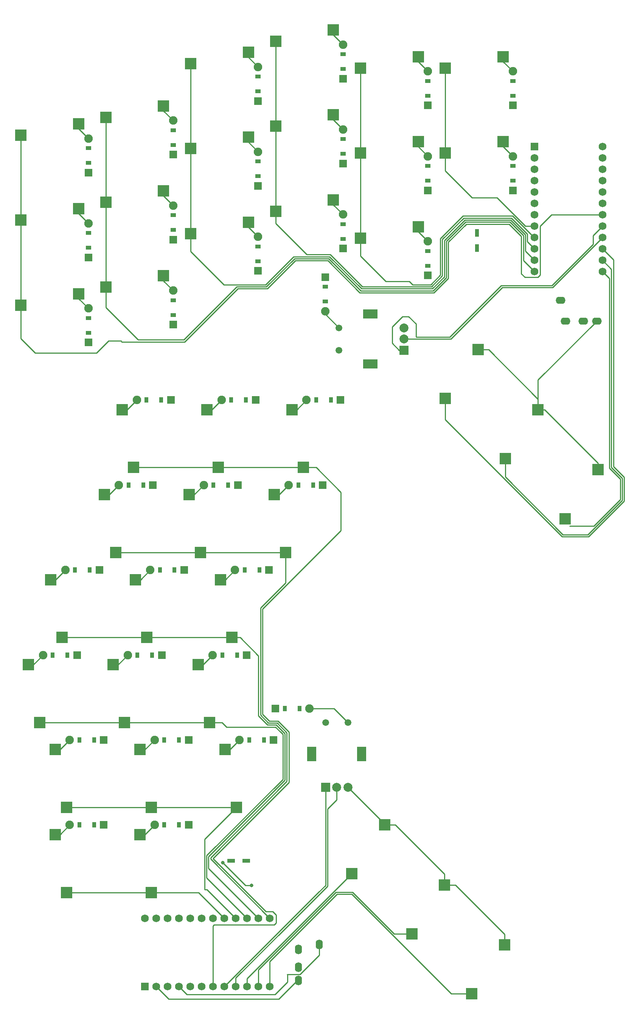
<source format=gbr>
%TF.GenerationSoftware,KiCad,Pcbnew,(6.0.7)*%
%TF.CreationDate,2022-08-26T13:32:48+02:00*%
%TF.ProjectId,lenz03_wired,6c656e7a-3033-45f7-9769-7265642e6b69,v1.0.0*%
%TF.SameCoordinates,Original*%
%TF.FileFunction,Copper,L2,Bot*%
%TF.FilePolarity,Positive*%
%FSLAX46Y46*%
G04 Gerber Fmt 4.6, Leading zero omitted, Abs format (unit mm)*
G04 Created by KiCad (PCBNEW (6.0.7)) date 2022-08-26 13:32:48*
%MOMM*%
%LPD*%
G01*
G04 APERTURE LIST*
%TA.AperFunction,SMDPad,CuDef*%
%ADD10R,0.900000X1.200000*%
%TD*%
%TA.AperFunction,ComponentPad*%
%ADD11C,1.905000*%
%TD*%
%TA.AperFunction,ComponentPad*%
%ADD12R,1.778000X1.778000*%
%TD*%
%TA.AperFunction,SMDPad,CuDef*%
%ADD13R,2.500000X2.550000*%
%TD*%
%TA.AperFunction,SMDPad,CuDef*%
%ADD14R,1.200000X0.900000*%
%TD*%
%TA.AperFunction,SMDPad,CuDef*%
%ADD15R,2.550000X2.500000*%
%TD*%
%TA.AperFunction,SMDPad,CuDef*%
%ADD16R,0.900000X1.700000*%
%TD*%
%TA.AperFunction,ComponentPad*%
%ADD17O,1.600000X2.200000*%
%TD*%
%TA.AperFunction,ComponentPad*%
%ADD18R,1.752600X1.752600*%
%TD*%
%TA.AperFunction,ComponentPad*%
%ADD19C,1.752600*%
%TD*%
%TA.AperFunction,SMDPad,CuDef*%
%ADD20R,1.700000X0.900000*%
%TD*%
%TA.AperFunction,ComponentPad*%
%ADD21R,3.200000X2.000000*%
%TD*%
%TA.AperFunction,ComponentPad*%
%ADD22C,1.500000*%
%TD*%
%TA.AperFunction,ComponentPad*%
%ADD23R,2.000000X2.000000*%
%TD*%
%TA.AperFunction,ComponentPad*%
%ADD24C,2.000000*%
%TD*%
%TA.AperFunction,ComponentPad*%
%ADD25O,2.200000X1.600000*%
%TD*%
%TA.AperFunction,ComponentPad*%
%ADD26R,2.000000X3.200000*%
%TD*%
%TA.AperFunction,ViaPad*%
%ADD27C,0.800000*%
%TD*%
%TA.AperFunction,Conductor*%
%ADD28C,0.250000*%
%TD*%
G04 APERTURE END LIST*
D10*
%TO.P,D26,1*%
%TO.N,P3*%
X50311000Y-138712000D03*
D11*
%TO.N,mirror_ring_home*%
X44851000Y-138712000D03*
D12*
%TO.P,D26,2*%
%TO.N,P3*%
X52471000Y-138712000D03*
D10*
%TO.N,mirror_ring_home*%
X47011000Y-138712000D03*
%TD*%
D13*
%TO.P,S26,1*%
%TO.N,P9*%
X37121000Y-134797000D03*
%TO.P,S26,2*%
%TO.N,mirror_pinky_top*%
X34581000Y-121870000D03*
%TD*%
%TO.P,S36,1*%
%TO.N,P5*%
X45121000Y-210797000D03*
%TO.P,S36,2*%
%TO.N,mirror_postindex_home*%
X42581000Y-197870000D03*
%TD*%
D11*
%TO.P,D1,1*%
%TO.N,prepinky_bottom*%
X31010000Y-80227000D03*
D14*
%TO.N,P19*%
X31010000Y-85687000D03*
%TO.P,D1,2*%
%TO.N,prepinky_bottom*%
X31010000Y-82387000D03*
D12*
%TO.N,P19*%
X31010000Y-87847000D03*
%TD*%
D14*
%TO.P,D12,1*%
%TO.N,P21*%
X88010000Y-26687000D03*
D11*
%TO.N,middle_top*%
X88010000Y-21227000D03*
D14*
%TO.P,D12,2*%
X88010000Y-23387000D03*
D12*
%TO.N,P21*%
X88010000Y-28847000D03*
%TD*%
D15*
%TO.P,S19,1*%
%TO.N,P8*%
X124324155Y-113807149D03*
%TO.P,S19,2*%
%TO.N,GND*%
X131668873Y-102870329D03*
%TD*%
D14*
%TO.P,D17,1*%
%TO.N,P21*%
X126010000Y-32687000D03*
D11*
%TO.N,postindex_top*%
X126010000Y-27227000D03*
D14*
%TO.P,D17,2*%
X126010000Y-29387000D03*
D12*
%TO.N,P21*%
X126010000Y-34847000D03*
%TD*%
D13*
%TO.P,S37,1*%
%TO.N,P5*%
X26121000Y-210797000D03*
%TO.P,S37,2*%
%TO.N,mirror_postindex_top*%
X23581000Y-197870000D03*
%TD*%
D11*
%TO.P,D19,1*%
%TO.N,mirror_prepinky_bottom*%
X79851000Y-100712000D03*
D10*
%TO.N,P4*%
X85311000Y-100712000D03*
%TO.P,D19,2*%
%TO.N,mirror_prepinky_bottom*%
X82011000Y-100712000D03*
D12*
%TO.N,P4*%
X87471000Y-100712000D03*
%TD*%
D13*
%TO.P,S35,1*%
%TO.N,P6*%
X26121000Y-191797000D03*
%TO.P,S35,2*%
%TO.N,mirror_index_top*%
X23581000Y-178870000D03*
%TD*%
D15*
%TO.P,S4,1*%
%TO.N,P10*%
X34925000Y-75497000D03*
%TO.P,S4,2*%
%TO.N,pinky_bottom*%
X47852000Y-72957000D03*
%TD*%
D13*
%TO.P,S27,1*%
%TO.N,P8*%
X63121000Y-153797000D03*
%TO.P,S27,2*%
%TO.N,mirror_ring_bottom*%
X60581000Y-140870000D03*
%TD*%
D15*
%TO.P,S2,1*%
%TO.N,P4*%
X15925000Y-60497000D03*
%TO.P,S2,2*%
%TO.N,prepinky_home*%
X28852000Y-57957000D03*
%TD*%
%TO.P,S5,1*%
%TO.N,P10*%
X34925000Y-56497000D03*
%TO.P,S5,2*%
%TO.N,pinky_home*%
X47852000Y-53957000D03*
%TD*%
D16*
%TO.P,,1*%
%TO.N,RST*%
X118010000Y-66737000D03*
%TO.P,,2*%
%TO.N,GND*%
X118010000Y-63337000D03*
%TD*%
D13*
%TO.P,S31,1*%
%TO.N,P7*%
X39121000Y-172797000D03*
%TO.P,S31,2*%
%TO.N,mirror_middle_home*%
X36581000Y-159870000D03*
%TD*%
D15*
%TO.P,S12,1*%
%TO.N,P14*%
X72925000Y-20497000D03*
%TO.P,S12,2*%
%TO.N,middle_top*%
X85852000Y-17957000D03*
%TD*%
D11*
%TO.P,D32,1*%
%TO.N,mirror_index_home*%
X45851000Y-176712000D03*
D10*
%TO.N,P3*%
X51311000Y-176712000D03*
%TO.P,D32,2*%
%TO.N,mirror_index_home*%
X48011000Y-176712000D03*
D12*
%TO.N,P3*%
X53471000Y-176712000D03*
%TD*%
D15*
%TO.P,S1,1*%
%TO.N,P4*%
X15925000Y-79497000D03*
%TO.P,S1,2*%
%TO.N,prepinky_bottom*%
X28852000Y-76957000D03*
%TD*%
D13*
%TO.P,S24,1*%
%TO.N,P9*%
X75121000Y-134797000D03*
%TO.P,S24,2*%
%TO.N,mirror_pinky_bottom*%
X72581000Y-121870000D03*
%TD*%
D11*
%TO.P,D3,1*%
%TO.N,prepinky_top*%
X31010000Y-42227000D03*
D14*
%TO.N,P21*%
X31010000Y-47687000D03*
%TO.P,D3,2*%
%TO.N,prepinky_top*%
X31010000Y-44387000D03*
D12*
%TO.N,P21*%
X31010000Y-49847000D03*
%TD*%
D15*
%TO.P,S8,1*%
%TO.N,P16*%
X53925000Y-44497000D03*
%TO.P,S8,2*%
%TO.N,ring_home*%
X66852000Y-41957000D03*
%TD*%
D13*
%TO.P,S23,1*%
%TO.N,P19*%
X41121000Y-115797000D03*
%TO.P,S23,2*%
%TO.N,mirror_prepinky_top*%
X38581000Y-102870000D03*
%TD*%
D15*
%TO.P,S14,1*%
%TO.N,P15*%
X91925000Y-45497000D03*
%TO.P,S14,2*%
%TO.N,index_home*%
X104852000Y-42957000D03*
%TD*%
%TO.P,S18,1*%
%TO.N,P7*%
X110889126Y-100372120D03*
%TO.P,S18,2*%
%TO.N,GND*%
X118233844Y-89435300D03*
%TD*%
%TO.P,S11,1*%
%TO.N,P14*%
X72925000Y-39497000D03*
%TO.P,S11,2*%
%TO.N,middle_home*%
X85852000Y-36957000D03*
%TD*%
%TO.P,S3,1*%
%TO.N,P4*%
X15925000Y-41497000D03*
%TO.P,S3,2*%
%TO.N,prepinky_top*%
X28852000Y-38957000D03*
%TD*%
%TO.P,S6,1*%
%TO.N,P10*%
X34925000Y-37497000D03*
%TO.P,S6,2*%
%TO.N,pinky_top*%
X47852000Y-34957000D03*
%TD*%
%TO.P,S10,1*%
%TO.N,P14*%
X72925000Y-58497000D03*
%TO.P,S10,2*%
%TO.N,middle_bottom*%
X85852000Y-55957000D03*
%TD*%
D11*
%TO.P,D10,1*%
%TO.N,middle_bottom*%
X88010000Y-59227000D03*
D14*
%TO.N,P19*%
X88010000Y-64687000D03*
D12*
%TO.P,D10,2*%
X88010000Y-66847000D03*
D14*
%TO.N,middle_bottom*%
X88010000Y-61387000D03*
%TD*%
D11*
%TO.P,D11,1*%
%TO.N,middle_home*%
X88010000Y-40227000D03*
D14*
%TO.N,P20*%
X88010000Y-45687000D03*
%TO.P,D11,2*%
%TO.N,middle_home*%
X88010000Y-42387000D03*
D12*
%TO.N,P20*%
X88010000Y-47847000D03*
%TD*%
D17*
%TO.P,REF\u002A\u002A,1*%
%TO.N,VCC*%
X82661000Y-222412000D03*
%TO.P,REF\u002A\u002A,2*%
%TO.N,P21*%
X78061000Y-223512000D03*
%TO.P,REF\u002A\u002A,3*%
%TO.N,P20*%
X78061000Y-227512000D03*
%TO.P,REF\u002A\u002A,4*%
%TO.N,GND*%
X78061000Y-230512000D03*
%TD*%
D13*
%TO.P,S21,1*%
%TO.N,P19*%
X79121000Y-115797000D03*
%TO.P,S21,2*%
%TO.N,mirror_prepinky_bottom*%
X76581000Y-102870000D03*
%TD*%
D18*
%TO.P,MCU1,1*%
%TO.N,RAW*%
X130890000Y-44067000D03*
D19*
%TO.P,MCU1,2*%
%TO.N,GND*%
X130890000Y-46607000D03*
%TO.P,MCU1,3*%
%TO.N,RST*%
X130890000Y-49147000D03*
%TO.P,MCU1,4*%
%TO.N,VCC*%
X130890000Y-51687000D03*
%TO.P,MCU1,5*%
%TO.N,P21*%
X130890000Y-54227000D03*
%TO.P,MCU1,6*%
%TO.N,P20*%
X130890000Y-56767000D03*
%TO.P,MCU1,7*%
%TO.N,P19*%
X130890000Y-59307000D03*
%TO.P,MCU1,8*%
%TO.N,P18*%
X130890000Y-61847000D03*
%TO.P,MCU1,9*%
%TO.N,P15*%
X130890000Y-64387000D03*
%TO.P,MCU1,10*%
%TO.N,P14*%
X130890000Y-66927000D03*
%TO.P,MCU1,11*%
%TO.N,P16*%
X130890000Y-69467000D03*
%TO.P,MCU1,12*%
%TO.N,P10*%
X130890000Y-72007000D03*
%TO.P,MCU1,13*%
%TO.N,P1*%
X146130000Y-44067000D03*
%TO.P,MCU1,14*%
%TO.N,P0*%
X146130000Y-46607000D03*
%TO.P,MCU1,15*%
%TO.N,GND*%
X146130000Y-49147000D03*
%TO.P,MCU1,16*%
X146130000Y-51687000D03*
%TO.P,MCU1,17*%
%TO.N,P2*%
X146130000Y-54227000D03*
%TO.P,MCU1,18*%
%TO.N,P3*%
X146130000Y-56767000D03*
%TO.P,MCU1,19*%
%TO.N,P4*%
X146130000Y-59307000D03*
%TO.P,MCU1,20*%
%TO.N,P5*%
X146130000Y-61847000D03*
%TO.P,MCU1,21*%
%TO.N,P6*%
X146130000Y-64387000D03*
%TO.P,MCU1,22*%
%TO.N,P7*%
X146130000Y-66927000D03*
%TO.P,MCU1,23*%
%TO.N,P8*%
X146130000Y-69467000D03*
%TO.P,MCU1,24*%
%TO.N,P9*%
X146130000Y-72007000D03*
%TD*%
D14*
%TO.P,D18,1*%
%TO.N,P19*%
X84010000Y-75387000D03*
D11*
%TO.N,near_home*%
X84010000Y-80847000D03*
D14*
%TO.P,D18,2*%
X84010000Y-78687000D03*
D12*
%TO.N,P19*%
X84010000Y-73227000D03*
%TD*%
D11*
%TO.P,D15,1*%
%TO.N,index_top*%
X107010000Y-27227000D03*
D14*
%TO.N,P21*%
X107010000Y-32687000D03*
D12*
%TO.P,D15,2*%
X107010000Y-34847000D03*
D14*
%TO.N,index_top*%
X107010000Y-29387000D03*
%TD*%
D20*
%TO.P,,1*%
%TO.N,RST*%
X66361000Y-203712000D03*
%TO.P,,2*%
%TO.N,GND*%
X62961000Y-203712000D03*
%TD*%
D13*
%TO.P,S40,1*%
%TO.N,P10*%
X116846475Y-233480887D03*
%TO.P,S40,2*%
%TO.N,GND*%
X124191193Y-222544067D03*
%TD*%
D11*
%TO.P,D23,1*%
%TO.N,mirror_pinky_home*%
X56851000Y-119712000D03*
D10*
%TO.N,P3*%
X62311000Y-119712000D03*
%TO.P,D23,2*%
%TO.N,mirror_pinky_home*%
X59011000Y-119712000D03*
D12*
%TO.N,P3*%
X64471000Y-119712000D03*
%TD*%
D11*
%TO.P,D16,1*%
%TO.N,postindex_home*%
X126010000Y-46227000D03*
D14*
%TO.N,P20*%
X126010000Y-51687000D03*
%TO.P,D16,2*%
%TO.N,postindex_home*%
X126010000Y-48387000D03*
D12*
%TO.N,P20*%
X126010000Y-53847000D03*
%TD*%
D11*
%TO.P,D24,1*%
%TO.N,mirror_pinky_top*%
X37851000Y-119712000D03*
D10*
%TO.N,P2*%
X43311000Y-119712000D03*
%TO.P,D24,2*%
%TO.N,mirror_pinky_top*%
X40011000Y-119712000D03*
D12*
%TO.N,P2*%
X45471000Y-119712000D03*
%TD*%
D10*
%TO.P,D22,1*%
%TO.N,P4*%
X81311000Y-119712000D03*
D11*
%TO.N,mirror_pinky_bottom*%
X75851000Y-119712000D03*
D10*
%TO.P,D22,2*%
X78011000Y-119712000D03*
D12*
%TO.N,P4*%
X83471000Y-119712000D03*
%TD*%
D10*
%TO.P,D20,1*%
%TO.N,P3*%
X66311000Y-100712000D03*
D11*
%TO.N,mirror_prepinky_home*%
X60851000Y-100712000D03*
D12*
%TO.P,D20,2*%
%TO.N,P3*%
X68471000Y-100712000D03*
D10*
%TO.N,mirror_prepinky_home*%
X63011000Y-100712000D03*
%TD*%
D21*
%TO.P,ROT1,*%
%TO.N,*%
X94130000Y-92677000D03*
X94130000Y-81477000D03*
D22*
%TO.P,ROT1,1*%
%TO.N,P18*%
X87130000Y-89577000D03*
%TO.P,ROT1,2*%
%TO.N,near_home*%
X87130000Y-84577000D03*
D23*
%TO.P,ROT1,A*%
%TO.N,P5*%
X101630000Y-89577000D03*
D24*
%TO.P,ROT1,B*%
%TO.N,GND*%
X101630000Y-84577000D03*
%TO.P,ROT1,C*%
%TO.N,P6*%
X101630000Y-87077000D03*
%TD*%
D14*
%TO.P,D9,1*%
%TO.N,P21*%
X69010000Y-31687000D03*
D11*
%TO.N,ring_top*%
X69010000Y-26227000D03*
D12*
%TO.P,D9,2*%
%TO.N,P21*%
X69010000Y-33847000D03*
D14*
%TO.N,ring_top*%
X69010000Y-28387000D03*
%TD*%
D13*
%TO.P,S29,1*%
%TO.N,P8*%
X25121000Y-153797000D03*
%TO.P,S29,2*%
%TO.N,mirror_ring_top*%
X22581000Y-140870000D03*
%TD*%
D11*
%TO.P,D8,1*%
%TO.N,ring_home*%
X69010000Y-45227000D03*
D14*
%TO.N,P20*%
X69010000Y-50687000D03*
D12*
%TO.P,D8,2*%
X69010000Y-52847000D03*
D14*
%TO.N,ring_home*%
X69010000Y-47387000D03*
%TD*%
D10*
%TO.P,D25,1*%
%TO.N,P4*%
X69311000Y-138712000D03*
D11*
%TO.N,mirror_ring_bottom*%
X63851000Y-138712000D03*
D12*
%TO.P,D25,2*%
%TO.N,P4*%
X71471000Y-138712000D03*
D10*
%TO.N,mirror_ring_bottom*%
X66011000Y-138712000D03*
%TD*%
D14*
%TO.P,D7,1*%
%TO.N,P19*%
X69010000Y-69687000D03*
D11*
%TO.N,ring_bottom*%
X69010000Y-64227000D03*
D14*
%TO.P,D7,2*%
X69010000Y-66387000D03*
D12*
%TO.N,P19*%
X69010000Y-71847000D03*
%TD*%
D15*
%TO.P,S15,1*%
%TO.N,P15*%
X91925000Y-26497000D03*
%TO.P,S15,2*%
%TO.N,index_top*%
X104852000Y-23957000D03*
%TD*%
D13*
%TO.P,S30,1*%
%TO.N,P7*%
X58121000Y-172797000D03*
%TO.P,S30,2*%
%TO.N,mirror_middle_bottom*%
X55581000Y-159870000D03*
%TD*%
D15*
%TO.P,S20,1*%
%TO.N,P9*%
X137759184Y-127242178D03*
%TO.P,S20,2*%
%TO.N,GND*%
X145103902Y-116305358D03*
%TD*%
D13*
%TO.P,S39,1*%
%TO.N,P16*%
X103411446Y-220045858D03*
%TO.P,S39,2*%
%TO.N,GND*%
X110756164Y-209109038D03*
%TD*%
D11*
%TO.P,D27,1*%
%TO.N,mirror_ring_top*%
X25851000Y-138712000D03*
D10*
%TO.N,P2*%
X31311000Y-138712000D03*
%TO.P,D27,2*%
%TO.N,mirror_ring_top*%
X28011000Y-138712000D03*
D12*
%TO.N,P2*%
X33471000Y-138712000D03*
%TD*%
D11*
%TO.P,D13,1*%
%TO.N,index_bottom*%
X107010000Y-65227000D03*
D14*
%TO.N,P19*%
X107010000Y-70687000D03*
%TO.P,D13,2*%
%TO.N,index_bottom*%
X107010000Y-67387000D03*
D12*
%TO.N,P19*%
X107010000Y-72847000D03*
%TD*%
D15*
%TO.P,S7,1*%
%TO.N,P16*%
X53925000Y-63497000D03*
%TO.P,S7,2*%
%TO.N,ring_bottom*%
X66852000Y-60957000D03*
%TD*%
D11*
%TO.P,D21,1*%
%TO.N,mirror_prepinky_top*%
X41851000Y-100712000D03*
D10*
%TO.N,P2*%
X47311000Y-100712000D03*
%TO.P,D21,2*%
%TO.N,mirror_prepinky_top*%
X44011000Y-100712000D03*
D12*
%TO.N,P2*%
X49471000Y-100712000D03*
%TD*%
D14*
%TO.P,D5,1*%
%TO.N,P20*%
X50010000Y-62687000D03*
D11*
%TO.N,pinky_home*%
X50010000Y-57227000D03*
D12*
%TO.P,D5,2*%
%TO.N,P20*%
X50010000Y-64847000D03*
D14*
%TO.N,pinky_home*%
X50010000Y-59387000D03*
%TD*%
D10*
%TO.P,D33,1*%
%TO.N,P2*%
X32311000Y-176712000D03*
D11*
%TO.N,mirror_index_top*%
X26851000Y-176712000D03*
D12*
%TO.P,D33,2*%
%TO.N,P2*%
X34471000Y-176712000D03*
D10*
%TO.N,mirror_index_top*%
X29011000Y-176712000D03*
%TD*%
D11*
%TO.P,D30,1*%
%TO.N,mirror_middle_top*%
X20851000Y-157712000D03*
D10*
%TO.N,P2*%
X26311000Y-157712000D03*
D12*
%TO.P,D30,2*%
X28471000Y-157712000D03*
D10*
%TO.N,mirror_middle_top*%
X23011000Y-157712000D03*
%TD*%
D13*
%TO.P,S32,1*%
%TO.N,P7*%
X20121000Y-172797000D03*
%TO.P,S32,2*%
%TO.N,mirror_middle_top*%
X17581000Y-159870000D03*
%TD*%
%TO.P,S38,1*%
%TO.N,P14*%
X89976417Y-206610829D03*
%TO.P,S38,2*%
%TO.N,GND*%
X97321135Y-195674009D03*
%TD*%
D14*
%TO.P,D6,1*%
%TO.N,P21*%
X50010000Y-43687000D03*
D11*
%TO.N,pinky_top*%
X50010000Y-38227000D03*
D14*
%TO.P,D6,2*%
X50010000Y-40387000D03*
D12*
%TO.N,P21*%
X50010000Y-45847000D03*
%TD*%
D14*
%TO.P,D14,1*%
%TO.N,P20*%
X107010000Y-51687000D03*
D11*
%TO.N,index_home*%
X107010000Y-46227000D03*
D14*
%TO.P,D14,2*%
X107010000Y-48387000D03*
D12*
%TO.N,P20*%
X107010000Y-53847000D03*
%TD*%
D15*
%TO.P,S16,1*%
%TO.N,P18*%
X110925000Y-45497000D03*
%TO.P,S16,2*%
%TO.N,postindex_home*%
X123852000Y-42957000D03*
%TD*%
D13*
%TO.P,S28,1*%
%TO.N,P8*%
X44121000Y-153797000D03*
%TO.P,S28,2*%
%TO.N,mirror_ring_home*%
X41581000Y-140870000D03*
%TD*%
D25*
%TO.P,REF\u002A\u002A,1*%
%TO.N,VCC*%
X136710000Y-78437000D03*
%TO.P,REF\u002A\u002A,2*%
%TO.N,P2*%
X137810000Y-83037000D03*
%TO.P,REF\u002A\u002A,3*%
%TO.N,P3*%
X141810000Y-83037000D03*
%TO.P,REF\u002A\u002A,4*%
%TO.N,GND*%
X144810000Y-83037000D03*
%TD*%
D10*
%TO.P,D35,1*%
%TO.N,P2*%
X32311000Y-195712000D03*
D11*
%TO.N,mirror_postindex_top*%
X26851000Y-195712000D03*
D12*
%TO.P,D35,2*%
%TO.N,P2*%
X34471000Y-195712000D03*
D10*
%TO.N,mirror_postindex_top*%
X29011000Y-195712000D03*
%TD*%
%TO.P,D28,1*%
%TO.N,P4*%
X64311000Y-157712000D03*
D11*
%TO.N,mirror_middle_bottom*%
X58851000Y-157712000D03*
D12*
%TO.P,D28,2*%
%TO.N,P4*%
X66471000Y-157712000D03*
D10*
%TO.N,mirror_middle_bottom*%
X61011000Y-157712000D03*
%TD*%
D15*
%TO.P,S13,1*%
%TO.N,P15*%
X91925000Y-64497000D03*
%TO.P,S13,2*%
%TO.N,index_bottom*%
X104852000Y-61957000D03*
%TD*%
D18*
%TO.P,MCU2,1*%
%TO.N,RAW*%
X43691000Y-231832000D03*
D19*
%TO.P,MCU2,2*%
%TO.N,GND*%
X46231000Y-231832000D03*
%TO.P,MCU2,3*%
%TO.N,RST*%
X48771000Y-231832000D03*
%TO.P,MCU2,4*%
%TO.N,VCC*%
X51311000Y-231832000D03*
%TO.P,MCU2,5*%
%TO.N,P21*%
X53851000Y-231832000D03*
%TO.P,MCU2,6*%
%TO.N,P20*%
X56391000Y-231832000D03*
%TO.P,MCU2,7*%
%TO.N,P19*%
X58931000Y-231832000D03*
%TO.P,MCU2,8*%
%TO.N,P18*%
X61471000Y-231832000D03*
%TO.P,MCU2,9*%
%TO.N,P15*%
X64011000Y-231832000D03*
%TO.P,MCU2,10*%
%TO.N,P14*%
X66551000Y-231832000D03*
%TO.P,MCU2,11*%
%TO.N,P16*%
X69091000Y-231832000D03*
%TO.P,MCU2,12*%
%TO.N,P10*%
X71631000Y-231832000D03*
%TO.P,MCU2,13*%
%TO.N,P1*%
X43691000Y-216592000D03*
%TO.P,MCU2,14*%
%TO.N,P0*%
X46231000Y-216592000D03*
%TO.P,MCU2,15*%
%TO.N,GND*%
X48771000Y-216592000D03*
%TO.P,MCU2,16*%
X51311000Y-216592000D03*
%TO.P,MCU2,17*%
%TO.N,P2*%
X53851000Y-216592000D03*
%TO.P,MCU2,18*%
%TO.N,P3*%
X56391000Y-216592000D03*
%TO.P,MCU2,19*%
%TO.N,P4*%
X58931000Y-216592000D03*
%TO.P,MCU2,20*%
%TO.N,P5*%
X61471000Y-216592000D03*
%TO.P,MCU2,21*%
%TO.N,P6*%
X64011000Y-216592000D03*
%TO.P,MCU2,22*%
%TO.N,P7*%
X66551000Y-216592000D03*
%TO.P,MCU2,23*%
%TO.N,P8*%
X69091000Y-216592000D03*
%TO.P,MCU2,24*%
%TO.N,P9*%
X71631000Y-216592000D03*
%TD*%
D15*
%TO.P,S9,1*%
%TO.N,P16*%
X53925000Y-25497000D03*
%TO.P,S9,2*%
%TO.N,ring_top*%
X66852000Y-22957000D03*
%TD*%
D13*
%TO.P,S25,1*%
%TO.N,P9*%
X56121000Y-134797000D03*
%TO.P,S25,2*%
%TO.N,mirror_pinky_home*%
X53581000Y-121870000D03*
%TD*%
D10*
%TO.P,D31,1*%
%TO.N,P4*%
X70311000Y-176712000D03*
D11*
%TO.N,mirror_index_bottom*%
X64851000Y-176712000D03*
D10*
%TO.P,D31,2*%
X67011000Y-176712000D03*
D12*
%TO.N,P4*%
X72471000Y-176712000D03*
%TD*%
D11*
%TO.P,D4,1*%
%TO.N,pinky_bottom*%
X50010000Y-76227000D03*
D14*
%TO.N,P19*%
X50010000Y-81687000D03*
%TO.P,D4,2*%
%TO.N,pinky_bottom*%
X50010000Y-78387000D03*
D12*
%TO.N,P19*%
X50010000Y-83847000D03*
%TD*%
D26*
%TO.P,ROT2,*%
%TO.N,*%
X81021000Y-179832000D03*
X92221000Y-179832000D03*
D22*
%TO.P,ROT2,1*%
%TO.N,P5*%
X84121000Y-172832000D03*
%TO.P,ROT2,2*%
%TO.N,mirror_near_home*%
X89121000Y-172832000D03*
D23*
%TO.P,ROT2,A*%
%TO.N,P18*%
X84121000Y-187332000D03*
D24*
%TO.P,ROT2,B*%
%TO.N,GND*%
X89121000Y-187332000D03*
%TO.P,ROT2,C*%
%TO.N,P15*%
X86621000Y-187332000D03*
%TD*%
D10*
%TO.P,D34,1*%
%TO.N,P3*%
X51311000Y-195712000D03*
D11*
%TO.N,mirror_postindex_home*%
X45851000Y-195712000D03*
D10*
%TO.P,D34,2*%
X48011000Y-195712000D03*
D12*
%TO.N,P3*%
X53471000Y-195712000D03*
%TD*%
D13*
%TO.P,S33,1*%
%TO.N,P6*%
X64121000Y-191797000D03*
%TO.P,S33,2*%
%TO.N,mirror_index_bottom*%
X61581000Y-178870000D03*
%TD*%
%TO.P,S22,1*%
%TO.N,P19*%
X60121000Y-115797000D03*
%TO.P,S22,2*%
%TO.N,mirror_prepinky_home*%
X57581000Y-102870000D03*
%TD*%
D10*
%TO.P,D29,1*%
%TO.N,P3*%
X45311000Y-157712000D03*
D11*
%TO.N,mirror_middle_home*%
X39851000Y-157712000D03*
D12*
%TO.P,D29,2*%
%TO.N,P3*%
X47471000Y-157712000D03*
D10*
%TO.N,mirror_middle_home*%
X42011000Y-157712000D03*
%TD*%
D15*
%TO.P,S17,1*%
%TO.N,P18*%
X110925000Y-26497000D03*
%TO.P,S17,2*%
%TO.N,postindex_top*%
X123852000Y-23957000D03*
%TD*%
D10*
%TO.P,D36,1*%
%TO.N,P4*%
X75011000Y-169712000D03*
D11*
%TO.N,mirror_near_home*%
X80471000Y-169712000D03*
D12*
%TO.P,D36,2*%
%TO.N,P4*%
X72851000Y-169712000D03*
D10*
%TO.N,mirror_near_home*%
X78311000Y-169712000D03*
%TD*%
D14*
%TO.P,D2,1*%
%TO.N,P20*%
X31010000Y-66687000D03*
D11*
%TO.N,prepinky_home*%
X31010000Y-61227000D03*
D14*
%TO.P,D2,2*%
X31010000Y-63387000D03*
D12*
%TO.N,P20*%
X31010000Y-68847000D03*
%TD*%
D13*
%TO.P,S34,1*%
%TO.N,P6*%
X45121000Y-191797000D03*
%TO.P,S34,2*%
%TO.N,mirror_index_home*%
X42581000Y-178870000D03*
%TD*%
D27*
%TO.N,RST*%
X61087000Y-204159000D03*
X67564000Y-209239000D03*
%TD*%
D28*
%TO.N,P4*%
X77338792Y-69544000D02*
X71057792Y-75825000D01*
X125183020Y-61358000D02*
X115626584Y-61358000D01*
X132153000Y-61844000D02*
X132153000Y-72766000D01*
X19123000Y-90165000D02*
X15925000Y-86967000D01*
X71057792Y-75825000D02*
X64452396Y-75825000D01*
X127944104Y-64119084D02*
X125183020Y-61358000D01*
X132153000Y-72766000D02*
X131645000Y-73274000D01*
X108387584Y-76725000D02*
X91784812Y-76725000D01*
X127944104Y-72494104D02*
X127944104Y-64119084D01*
X111601000Y-65383584D02*
X111601000Y-73511584D01*
X35506000Y-87498000D02*
X32839000Y-90165000D01*
X38300000Y-87498000D02*
X35506000Y-87498000D01*
X52583396Y-87694000D02*
X38496000Y-87694000D01*
X111601000Y-73511584D02*
X108387584Y-76725000D01*
X115626584Y-61358000D02*
X111601000Y-65383584D01*
X38496000Y-87694000D02*
X38300000Y-87498000D01*
X91784812Y-76725000D02*
X84603812Y-69544000D01*
X128724000Y-73274000D02*
X127944104Y-72494104D01*
X64452396Y-75825000D02*
X52583396Y-87694000D01*
X131645000Y-73274000D02*
X128724000Y-73274000D01*
X146130000Y-59307000D02*
X134690000Y-59307000D01*
X15925000Y-86967000D02*
X15925000Y-79497000D01*
X32839000Y-90165000D02*
X19123000Y-90165000D01*
X15925000Y-41497000D02*
X15925000Y-60497000D01*
X84603812Y-69544000D02*
X77338792Y-69544000D01*
X15925000Y-60497000D02*
X15925000Y-79497000D01*
X134690000Y-59307000D02*
X132153000Y-61844000D01*
%TO.N,prepinky_bottom*%
X28852000Y-76957000D02*
X28852000Y-78069000D01*
X28852000Y-78069000D02*
X31010000Y-80227000D01*
%TO.N,P19*%
X72263000Y-215081000D02*
X70756396Y-215081000D01*
X75899000Y-176647000D02*
X75946000Y-176600000D01*
X75899000Y-186172000D02*
X75899000Y-176647000D01*
X81984000Y-115797000D02*
X79121000Y-115797000D01*
X87503000Y-121316000D02*
X81984000Y-115797000D01*
X73457188Y-172456000D02*
X71501000Y-172456000D01*
X87503000Y-129865396D02*
X87503000Y-121316000D01*
X59182000Y-218002000D02*
X72644000Y-218002000D01*
X70756396Y-215081000D02*
X58873198Y-203197802D01*
X69988000Y-170943000D02*
X69988000Y-147380396D01*
X73025000Y-215843000D02*
X72263000Y-215081000D01*
X58873198Y-203197802D02*
X75899000Y-186172000D01*
X41121000Y-115797000D02*
X79121000Y-115797000D01*
X58931000Y-218253000D02*
X59182000Y-218002000D01*
X72644000Y-218002000D02*
X73025000Y-217621000D01*
X75946000Y-176600000D02*
X75946000Y-174944812D01*
X69988000Y-147380396D02*
X87503000Y-129865396D01*
X58931000Y-231832000D02*
X58931000Y-218253000D01*
X73025000Y-217621000D02*
X73025000Y-215843000D01*
X71501000Y-172456000D02*
X69988000Y-170943000D01*
X75946000Y-174944812D02*
X73457188Y-172456000D01*
%TO.N,prepinky_home*%
X28852000Y-57957000D02*
X28852000Y-59069000D01*
X28852000Y-59069000D02*
X31010000Y-61227000D01*
%TO.N,prepinky_top*%
X28852000Y-40069000D02*
X31010000Y-42227000D01*
X28852000Y-38957000D02*
X28852000Y-40069000D01*
%TO.N,P10*%
X71631000Y-231832000D02*
X71631000Y-226229038D01*
X91971208Y-76275000D02*
X84790208Y-69094000D01*
X84790208Y-69094000D02*
X77152396Y-69094000D01*
X34925000Y-37497000D02*
X34925000Y-75497000D01*
X70871396Y-75375000D02*
X64266000Y-75375000D01*
X128394104Y-69511104D02*
X128394104Y-63932688D01*
X130890000Y-72007000D02*
X128394104Y-69511104D01*
X111151000Y-73325188D02*
X108201188Y-76275000D01*
X64266000Y-75375000D02*
X52397000Y-87244000D01*
X125369416Y-60908000D02*
X115440188Y-60908000D01*
X34925000Y-80059000D02*
X34925000Y-75497000D01*
X108201188Y-76275000D02*
X91971208Y-76275000D01*
X89983604Y-211213000D02*
X112251491Y-233480887D01*
X111151000Y-65197188D02*
X111151000Y-73325188D01*
X128394104Y-63932688D02*
X125369416Y-60908000D01*
X115440188Y-60908000D02*
X111151000Y-65197188D01*
X52397000Y-87244000D02*
X42110000Y-87244000D01*
X77152396Y-69094000D02*
X70871396Y-75375000D01*
X42110000Y-87244000D02*
X34925000Y-80059000D01*
X112251491Y-233480887D02*
X116846475Y-233480887D01*
X71631000Y-226229038D02*
X86647038Y-211213000D01*
X86647038Y-211213000D02*
X89983604Y-211213000D01*
%TO.N,pinky_bottom*%
X47852000Y-72957000D02*
X47852000Y-74069000D01*
X47852000Y-74069000D02*
X50010000Y-76227000D01*
%TO.N,pinky_home*%
X47852000Y-53957000D02*
X47852000Y-55069000D01*
X47852000Y-55069000D02*
X50010000Y-57227000D01*
%TO.N,pinky_top*%
X47852000Y-34957000D02*
X47852000Y-36069000D01*
X47852000Y-36069000D02*
X50010000Y-38227000D01*
%TO.N,P16*%
X92157604Y-75825000D02*
X84976604Y-68644000D01*
X53925000Y-67499371D02*
X53925000Y-63497000D01*
X90170000Y-210763000D02*
X99452858Y-220045858D01*
X125555812Y-60458000D02*
X115253792Y-60458000D01*
X69091000Y-228132642D02*
X86460642Y-210763000D01*
X70685000Y-74925000D02*
X61350629Y-74925000D01*
X53925000Y-25497000D02*
X53925000Y-63497000D01*
X84976604Y-68644000D02*
X76966000Y-68644000D01*
X69091000Y-231832000D02*
X69091000Y-228132642D01*
X110701000Y-73138792D02*
X108014792Y-75825000D01*
X128844104Y-63746292D02*
X125555812Y-60458000D01*
X110701000Y-65010792D02*
X110701000Y-73138792D01*
X128844104Y-67421104D02*
X128844104Y-63746292D01*
X76966000Y-68644000D02*
X70685000Y-74925000D01*
X61350629Y-74925000D02*
X53925000Y-67499371D01*
X108014792Y-75825000D02*
X92157604Y-75825000D01*
X86460642Y-210763000D02*
X90170000Y-210763000D01*
X130890000Y-69467000D02*
X128844104Y-67421104D01*
X115253792Y-60458000D02*
X110701000Y-65010792D01*
X99452858Y-220045858D02*
X103411446Y-220045858D01*
%TO.N,ring_bottom*%
X66852000Y-62069000D02*
X69010000Y-64227000D01*
X66852000Y-60957000D02*
X66852000Y-62069000D01*
%TO.N,ring_home*%
X66852000Y-41957000D02*
X66852000Y-43069000D01*
X66852000Y-43069000D02*
X69010000Y-45227000D01*
%TO.N,ring_top*%
X66852000Y-22957000D02*
X66852000Y-24069000D01*
X66852000Y-24069000D02*
X69010000Y-26227000D01*
%TO.N,P14*%
X66551000Y-231832000D02*
X66551000Y-230036246D01*
X125742208Y-60008000D02*
X115067396Y-60008000D01*
X85163000Y-68194000D02*
X79885198Y-68194000D01*
X79885198Y-68194000D02*
X72925000Y-61233802D01*
X110251000Y-72952396D02*
X107828396Y-75375000D01*
X72925000Y-20497000D02*
X72925000Y-58497000D01*
X110251000Y-64824396D02*
X110251000Y-72952396D01*
X130890000Y-66927000D02*
X129294104Y-65331104D01*
X72925000Y-61233802D02*
X72925000Y-58497000D01*
X107828396Y-75375000D02*
X92344000Y-75375000D01*
X66551000Y-230036246D02*
X89976417Y-206610829D01*
X92344000Y-75375000D02*
X85163000Y-68194000D01*
X129294104Y-63559896D02*
X125742208Y-60008000D01*
X129294104Y-65331104D02*
X129294104Y-63559896D01*
X115067396Y-60008000D02*
X110251000Y-64824396D01*
%TO.N,middle_bottom*%
X85852000Y-57069000D02*
X88010000Y-59227000D01*
X85852000Y-55957000D02*
X85852000Y-57069000D01*
%TO.N,middle_home*%
X85852000Y-36957000D02*
X85852000Y-38069000D01*
X85852000Y-38069000D02*
X88010000Y-40227000D01*
%TO.N,middle_top*%
X85852000Y-17957000D02*
X85852000Y-19069000D01*
X85852000Y-19069000D02*
X88010000Y-21227000D01*
%TO.N,P15*%
X84571000Y-209378396D02*
X84571000Y-192105000D01*
X130890000Y-64387000D02*
X130757604Y-64387000D01*
X102816000Y-74163000D02*
X97588629Y-74163000D01*
X64011000Y-231832000D02*
X64011000Y-229928396D01*
X86621000Y-190055000D02*
X86621000Y-187332000D01*
X74798698Y-219140698D02*
X74808698Y-219140698D01*
X91925000Y-26497000D02*
X91925000Y-64497000D01*
X64011000Y-229928396D02*
X74798698Y-219140698D01*
X103578000Y-74925000D02*
X102816000Y-74163000D01*
X130757604Y-64387000D02*
X125928604Y-59558000D01*
X74808698Y-219140698D02*
X84571000Y-209378396D01*
X107642000Y-74925000D02*
X103578000Y-74925000D01*
X97588629Y-74163000D02*
X91925000Y-68499371D01*
X109801000Y-64638000D02*
X109801000Y-72766000D01*
X91925000Y-68499371D02*
X91925000Y-64497000D01*
X125928604Y-59558000D02*
X114881000Y-59558000D01*
X109801000Y-72766000D02*
X107642000Y-74925000D01*
X84571000Y-192105000D02*
X86621000Y-190055000D01*
X114881000Y-59558000D02*
X109801000Y-64638000D01*
%TO.N,index_bottom*%
X104852000Y-61957000D02*
X104852000Y-63069000D01*
X104852000Y-63069000D02*
X107010000Y-65227000D01*
%TO.N,index_home*%
X104852000Y-44069000D02*
X107010000Y-46227000D01*
X104852000Y-42957000D02*
X104852000Y-44069000D01*
%TO.N,index_top*%
X104852000Y-25069000D02*
X107010000Y-27227000D01*
X104852000Y-23957000D02*
X104852000Y-25069000D01*
%TO.N,P18*%
X61471000Y-231832000D02*
X82540000Y-210763000D01*
X110925000Y-26497000D02*
X110925000Y-45497000D01*
X110925000Y-49499371D02*
X110925000Y-45497000D01*
X84121000Y-209192000D02*
X84121000Y-187332000D01*
X82540000Y-210763000D02*
X82550000Y-210763000D01*
X128854000Y-61847000D02*
X122501000Y-55494000D01*
X116919629Y-55494000D02*
X110925000Y-49499371D01*
X130890000Y-61847000D02*
X128854000Y-61847000D01*
X122501000Y-55494000D02*
X116919629Y-55494000D01*
X82550000Y-210763000D02*
X84121000Y-209192000D01*
%TO.N,postindex_home*%
X123852000Y-44069000D02*
X126010000Y-46227000D01*
X123852000Y-42957000D02*
X123852000Y-44069000D01*
%TO.N,postindex_top*%
X123852000Y-25069000D02*
X126010000Y-27227000D01*
X123852000Y-23957000D02*
X123852000Y-25069000D01*
%TO.N,near_home*%
X87130000Y-84577000D02*
X84010000Y-81457000D01*
X84010000Y-81457000D02*
X84010000Y-80847000D01*
%TO.N,P5*%
X99006000Y-84323000D02*
X101292000Y-82037000D01*
X144031802Y-63945198D02*
X146130000Y-61847000D01*
X100577000Y-89577000D02*
X99006000Y-88006000D01*
X144031802Y-65848802D02*
X144031802Y-63945198D01*
X55676000Y-210797000D02*
X45121000Y-210797000D01*
X134770604Y-75110000D02*
X144031802Y-65848802D01*
X104340000Y-86627000D02*
X111940604Y-86627000D01*
X61471000Y-216592000D02*
X55676000Y-210797000D01*
X26121000Y-210797000D02*
X45121000Y-210797000D01*
X111940604Y-86627000D02*
X123457604Y-75110000D01*
X99006000Y-88006000D02*
X99006000Y-84323000D01*
X102689000Y-82037000D02*
X104340000Y-83688000D01*
X104340000Y-83688000D02*
X104340000Y-86627000D01*
X123457604Y-75110000D02*
X134770604Y-75110000D01*
X101292000Y-82037000D02*
X102689000Y-82037000D01*
X101630000Y-89577000D02*
X100577000Y-89577000D01*
%TO.N,GND*%
X133180698Y-102870329D02*
X131668873Y-102870329D01*
X145103902Y-114793533D02*
X133180698Y-102870329D01*
X99710875Y-195674009D02*
X97321135Y-195674009D01*
X131668873Y-100480589D02*
X120623584Y-89435300D01*
X49038000Y-234639000D02*
X46231000Y-231832000D01*
X110756164Y-206719298D02*
X99710875Y-195674009D01*
X97321135Y-195674009D02*
X97321135Y-195532135D01*
X120623584Y-89435300D02*
X118233844Y-89435300D01*
X113145904Y-209109038D02*
X110756164Y-209109038D01*
X131668873Y-96178127D02*
X144810000Y-83037000D01*
X97321135Y-195532135D02*
X89121000Y-187332000D01*
X131668873Y-102870329D02*
X131668873Y-96178127D01*
X77787000Y-230512000D02*
X73660000Y-234639000D01*
X124191193Y-222544067D02*
X124191193Y-220154327D01*
X124191193Y-220154327D02*
X113145904Y-209109038D01*
X73660000Y-234639000D02*
X49038000Y-234639000D01*
X78061000Y-230512000D02*
X77787000Y-230512000D01*
X110756164Y-209109038D02*
X110756164Y-206719298D01*
X145103902Y-116305358D02*
X145103902Y-114793533D01*
X131668873Y-102870329D02*
X131668873Y-100480589D01*
%TO.N,P6*%
X101630000Y-87077000D02*
X112127000Y-87077000D01*
X57547000Y-210128000D02*
X57023000Y-210128000D01*
X123644000Y-75560000D02*
X134957000Y-75560000D01*
X57023000Y-198895000D02*
X64121000Y-191797000D01*
X112127000Y-87077000D02*
X123644000Y-75560000D01*
X64011000Y-216592000D02*
X57547000Y-210128000D01*
X26121000Y-191797000D02*
X64121000Y-191797000D01*
X134957000Y-75560000D02*
X146130000Y-64387000D01*
X57023000Y-210128000D02*
X57023000Y-198895000D01*
%TO.N,P7*%
X57473000Y-202566000D02*
X74549000Y-185490000D01*
X74549000Y-175457000D02*
X74041000Y-174949000D01*
X72898000Y-173806000D02*
X65024000Y-173806000D01*
X110889126Y-105097522D02*
X110889126Y-100372120D01*
X61976000Y-173806000D02*
X61849000Y-173806000D01*
X66551000Y-216592000D02*
X57473000Y-207514000D01*
X74041000Y-174949000D02*
X72898000Y-173806000D01*
X148547000Y-115573208D02*
X150960000Y-117986208D01*
X148547000Y-69344000D02*
X148547000Y-115573208D01*
X150960000Y-123303792D02*
X143008792Y-131255000D01*
X57473000Y-207514000D02*
X57473000Y-204286000D01*
X137046604Y-131255000D02*
X110889126Y-105097522D01*
X146130000Y-66927000D02*
X148547000Y-69344000D01*
X65024000Y-173806000D02*
X61976000Y-173806000D01*
X74549000Y-185490000D02*
X74549000Y-175457000D01*
X60967000Y-172797000D02*
X58121000Y-172797000D01*
X57473000Y-204286000D02*
X57473000Y-202566000D01*
X61976000Y-173806000D02*
X60967000Y-172797000D01*
X150960000Y-117986208D02*
X150960000Y-123303792D01*
X20121000Y-172797000D02*
X58121000Y-172797000D01*
X143008792Y-131255000D02*
X137046604Y-131255000D01*
%TO.N,P8*%
X69091000Y-216592000D02*
X57923000Y-205424000D01*
X71120000Y-173356000D02*
X69088000Y-171324000D01*
X150510000Y-118172604D02*
X148097000Y-115759604D01*
X74999000Y-185676396D02*
X74999000Y-175270604D01*
X25121000Y-153797000D02*
X63121000Y-153797000D01*
X124324155Y-117896155D02*
X137233000Y-130805000D01*
X57923000Y-202752396D02*
X74999000Y-185676396D01*
X74999000Y-175270604D02*
X73084396Y-173356000D01*
X150510000Y-123117396D02*
X150510000Y-118172604D01*
X124324155Y-113807149D02*
X124324155Y-117896155D01*
X64984000Y-153797000D02*
X63121000Y-153797000D01*
X69088000Y-171324000D02*
X69088000Y-157901000D01*
X57923000Y-205424000D02*
X57923000Y-202752396D01*
X73084396Y-173356000D02*
X71120000Y-173356000D01*
X148097000Y-115759604D02*
X148097000Y-71434000D01*
X69088000Y-157901000D02*
X64984000Y-153797000D01*
X142822396Y-130805000D02*
X150510000Y-123117396D01*
X137233000Y-130805000D02*
X142822396Y-130805000D01*
X148097000Y-71434000D02*
X146130000Y-69467000D01*
%TO.N,P9*%
X146130000Y-72007000D02*
X147647000Y-73524000D01*
X75449000Y-185940000D02*
X75449000Y-175084208D01*
X37121000Y-134797000D02*
X75121000Y-134797000D01*
X69538000Y-147194000D02*
X75121000Y-141611000D01*
X71306396Y-172906000D02*
X69538000Y-171137604D01*
X58373000Y-203016000D02*
X75449000Y-185940000D01*
X144144619Y-128846381D02*
X138731515Y-128846381D01*
X73270792Y-172906000D02*
X71306396Y-172906000D01*
X75449000Y-175084208D02*
X73270792Y-172906000D01*
X147647000Y-73524000D02*
X147647000Y-115946000D01*
X75121000Y-141611000D02*
X75121000Y-134797000D01*
X147647000Y-115946000D02*
X150060000Y-118359000D01*
X150060000Y-118359000D02*
X150060000Y-122931000D01*
X150060000Y-122931000D02*
X144144619Y-128846381D01*
X71631000Y-216592000D02*
X58373000Y-203334000D01*
X69538000Y-171137604D02*
X69538000Y-147194000D01*
X58373000Y-203334000D02*
X58373000Y-203016000D01*
%TO.N,mirror_prepinky_bottom*%
X76581000Y-102870000D02*
X77693000Y-102870000D01*
X77693000Y-102870000D02*
X79851000Y-100712000D01*
%TO.N,mirror_prepinky_home*%
X58693000Y-102870000D02*
X60851000Y-100712000D01*
X57581000Y-102870000D02*
X58693000Y-102870000D01*
%TO.N,mirror_prepinky_top*%
X38581000Y-102870000D02*
X39693000Y-102870000D01*
X39693000Y-102870000D02*
X41851000Y-100712000D01*
%TO.N,mirror_pinky_bottom*%
X72581000Y-121870000D02*
X73693000Y-121870000D01*
X73693000Y-121870000D02*
X75851000Y-119712000D01*
%TO.N,mirror_pinky_home*%
X53581000Y-121870000D02*
X54693000Y-121870000D01*
X54693000Y-121870000D02*
X56851000Y-119712000D01*
%TO.N,mirror_pinky_top*%
X35693000Y-121870000D02*
X37851000Y-119712000D01*
X34581000Y-121870000D02*
X35693000Y-121870000D01*
%TO.N,mirror_ring_bottom*%
X60581000Y-140870000D02*
X61693000Y-140870000D01*
X61693000Y-140870000D02*
X63851000Y-138712000D01*
%TO.N,mirror_ring_home*%
X42693000Y-140870000D02*
X44851000Y-138712000D01*
X41581000Y-140870000D02*
X42693000Y-140870000D01*
%TO.N,mirror_ring_top*%
X23693000Y-140870000D02*
X25851000Y-138712000D01*
X22581000Y-140870000D02*
X23693000Y-140870000D01*
%TO.N,mirror_middle_bottom*%
X56693000Y-159870000D02*
X58851000Y-157712000D01*
X55581000Y-159870000D02*
X56693000Y-159870000D01*
%TO.N,mirror_middle_home*%
X36581000Y-159870000D02*
X37693000Y-159870000D01*
X37693000Y-159870000D02*
X39851000Y-157712000D01*
%TO.N,mirror_middle_top*%
X18693000Y-159870000D02*
X20851000Y-157712000D01*
X17581000Y-159870000D02*
X18693000Y-159870000D01*
%TO.N,mirror_index_bottom*%
X62693000Y-178870000D02*
X64851000Y-176712000D01*
X61581000Y-178870000D02*
X62693000Y-178870000D01*
%TO.N,mirror_index_home*%
X42581000Y-178870000D02*
X43693000Y-178870000D01*
X43693000Y-178870000D02*
X45851000Y-176712000D01*
%TO.N,mirror_index_top*%
X24693000Y-178870000D02*
X26851000Y-176712000D01*
X23581000Y-178870000D02*
X24693000Y-178870000D01*
%TO.N,mirror_postindex_home*%
X43693000Y-197870000D02*
X45851000Y-195712000D01*
X42581000Y-197870000D02*
X43693000Y-197870000D01*
%TO.N,mirror_postindex_top*%
X23581000Y-197870000D02*
X24693000Y-197870000D01*
X24693000Y-197870000D02*
X26851000Y-195712000D01*
%TO.N,mirror_near_home*%
X89121000Y-172832000D02*
X86001000Y-169712000D01*
X86001000Y-169712000D02*
X80471000Y-169712000D01*
%TO.N,RST*%
X66167000Y-209239000D02*
X61087000Y-204159000D01*
X67564000Y-209239000D02*
X66167000Y-209239000D01*
%TO.N,VCC*%
X75601000Y-230793000D02*
X72771000Y-233623000D01*
X82661000Y-222412000D02*
X82661000Y-224802990D01*
X53102000Y-233623000D02*
X51311000Y-231832000D01*
X75601000Y-229087000D02*
X75601000Y-230793000D01*
X78376990Y-229087000D02*
X75601000Y-229087000D01*
X82661000Y-224802990D02*
X78376990Y-229087000D01*
X75601000Y-229087000D02*
X75529000Y-229087000D01*
X72771000Y-233623000D02*
X53102000Y-233623000D01*
%TD*%
M02*

</source>
